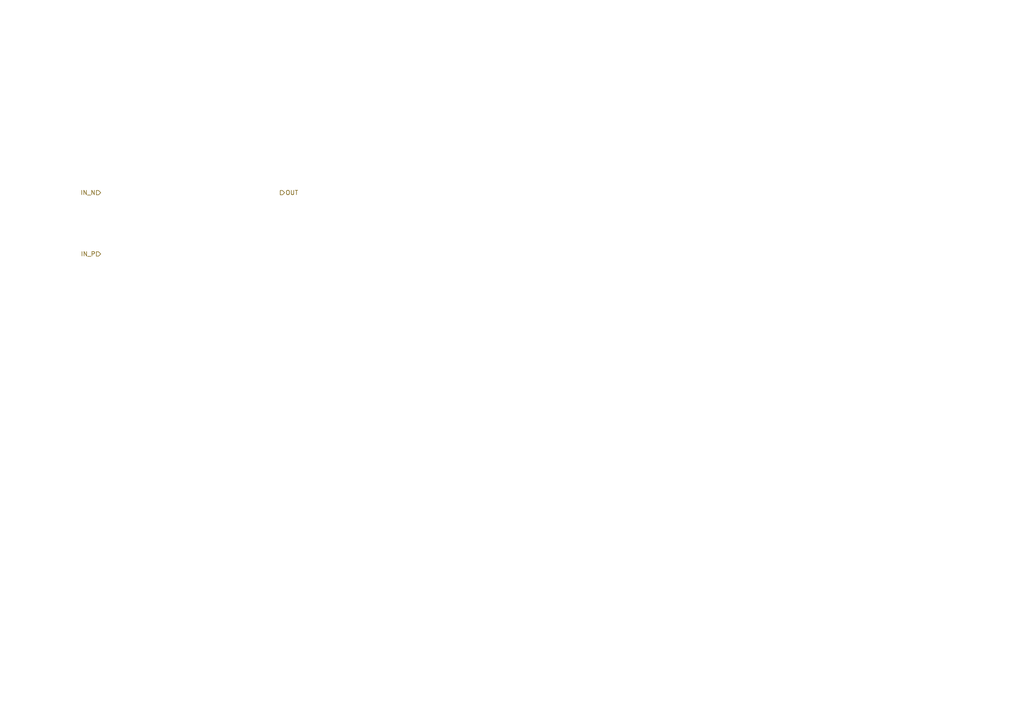
<source format=kicad_sch>
(kicad_sch
	(version 20250114)
	(generator "eeschema")
	(generator_version "9.0")
	(uuid "6ed74a6c-0489-481a-8498-7a398b7f7ec1")
	(paper "A4")
	(lib_symbols)
	(hierarchical_label "IN_P"
		(shape input)
		(at 29.21 73.66 180)
		(effects
			(font
				(size 1.27 1.27)
			)
			(justify right)
		)
		(uuid "ce390228-4be4-408a-9531-7401db538f24")
	)
	(hierarchical_label "IN_N"
		(shape input)
		(at 29.21 55.88 180)
		(effects
			(font
				(size 1.27 1.27)
			)
			(justify right)
		)
		(uuid "e902a8ed-398a-4f7a-94c6-0b7792358d3a")
	)
	(hierarchical_label "OUT"
		(shape output)
		(at 81.28 55.88 0)
		(effects
			(font
				(size 1.27 1.27)
			)
			(justify left)
		)
		(uuid "ed48cc40-f844-47cf-a43b-51c162fa7ce0")
	)
)

</source>
